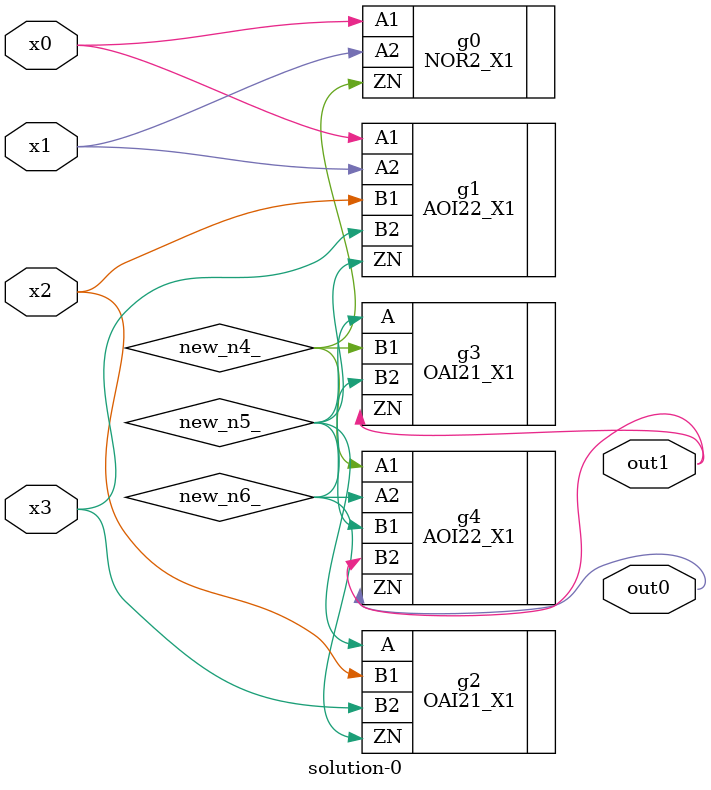
<source format=v>
module \solution-0 (
  x0, x1, x2, x3,
  out0, out1 );
  input x0, x1, x2, x3;
  output out0, out1;
  wire new_n4_, new_n5_, new_n6_;
  NOR2_X1  g0(.A1(x0), .A2(x1), .ZN(new_n4_));
  AOI22_X1  g1(.A1(x0), .A2(x1), .B1(x2), .B2(x3), .ZN(new_n5_));
  OAI21_X1  g2(.A(new_n5_), .B1(x2), .B2(x3), .ZN(new_n6_));
  OAI21_X1  g3(.A(new_n5_), .B1(new_n4_), .B2(new_n6_), .ZN(out1));
  AOI22_X1  g4(.A1(new_n4_), .A2(new_n6_), .B1(new_n5_), .B2(out1), .ZN(out0));
endmodule

</source>
